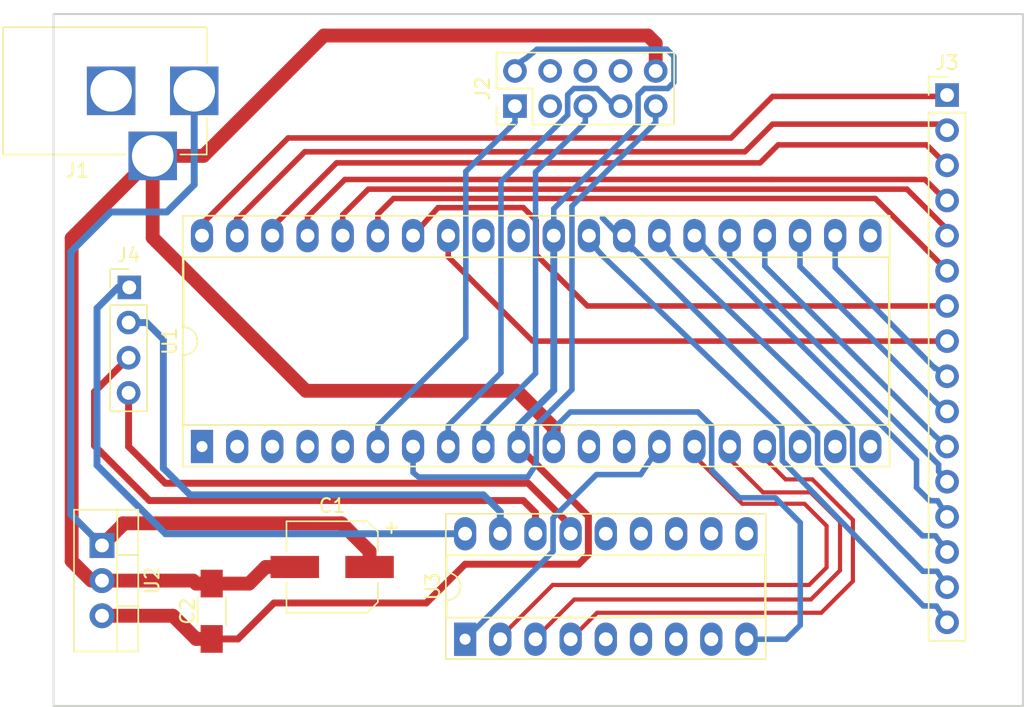
<source format=kicad_pcb>
(kicad_pcb (version 4) (host pcbnew 4.0.6)

  (general
    (links 40)
    (no_connects 0)
    (area 65.344999 55.455 139.485001 106.670001)
    (thickness 1.6)
    (drawings 4)
    (tracks 244)
    (zones 0)
    (modules 9)
    (nets 59)
  )

  (page A4)
  (layers
    (0 F.Cu signal)
    (31 B.Cu signal)
    (32 B.Adhes user)
    (33 F.Adhes user)
    (34 B.Paste user)
    (35 F.Paste user)
    (36 B.SilkS user)
    (37 F.SilkS user)
    (38 B.Mask user)
    (39 F.Mask user)
    (40 Dwgs.User user)
    (41 Cmts.User user)
    (42 Eco1.User user)
    (43 Eco2.User user)
    (44 Edge.Cuts user)
    (45 Margin user)
    (46 B.CrtYd user)
    (47 F.CrtYd user)
    (48 B.Fab user)
    (49 F.Fab user)
  )

  (setup
    (last_trace_width 0.5)
    (user_trace_width 0.3)
    (user_trace_width 0.4)
    (user_trace_width 0.5)
    (user_trace_width 1)
    (trace_clearance 0.2)
    (zone_clearance 0.508)
    (zone_45_only no)
    (trace_min 0.3)
    (segment_width 0.2)
    (edge_width 0.15)
    (via_size 1.5)
    (via_drill 1)
    (via_min_size 1)
    (via_min_drill 1)
    (uvia_size 0.3)
    (uvia_drill 0.1)
    (uvias_allowed no)
    (uvia_min_size 0.2)
    (uvia_min_drill 0.1)
    (pcb_text_width 0.3)
    (pcb_text_size 1.5 1.5)
    (mod_edge_width 0.15)
    (mod_text_size 1 1)
    (mod_text_width 0.15)
    (pad_size 3.5 3.5)
    (pad_drill 3)
    (pad_to_mask_clearance 0.2)
    (aux_axis_origin 0 0)
    (visible_elements 7FFFFFFF)
    (pcbplotparams
      (layerselection 0x00030_80000001)
      (usegerberextensions false)
      (excludeedgelayer true)
      (linewidth 0.100000)
      (plotframeref false)
      (viasonmask false)
      (mode 1)
      (useauxorigin false)
      (hpglpennumber 1)
      (hpglpenspeed 20)
      (hpglpendiameter 15)
      (hpglpenoverlay 2)
      (psnegative false)
      (psa4output false)
      (plotreference true)
      (plotvalue true)
      (plotinvisibletext false)
      (padsonsilk false)
      (subtractmaskfromsilk false)
      (outputformat 1)
      (mirror false)
      (drillshape 1)
      (scaleselection 1)
      (outputdirectory ""))
  )

  (net 0 "")
  (net 1 +12V)
  (net 2 GND)
  (net 3 +5V)
  (net 4 "Net-(J1-Pad2)")
  (net 5 "Net-(J2-Pad1)")
  (net 6 "Net-(J2-Pad3)")
  (net 7 "Net-(J2-Pad4)")
  (net 8 "Net-(J2-Pad5)")
  (net 9 "Net-(J2-Pad6)")
  (net 10 "Net-(J2-Pad7)")
  (net 11 "Net-(J2-Pad8)")
  (net 12 "Net-(J2-Pad9)")
  (net 13 "Net-(J3-Pad1)")
  (net 14 "Net-(J3-Pad2)")
  (net 15 "Net-(J3-Pad3)")
  (net 16 "Net-(J3-Pad4)")
  (net 17 "Net-(J3-Pad5)")
  (net 18 "Net-(J3-Pad6)")
  (net 19 "Net-(J3-Pad7)")
  (net 20 "Net-(J3-Pad8)")
  (net 21 "Net-(J3-Pad9)")
  (net 22 "Net-(J3-Pad10)")
  (net 23 "Net-(J3-Pad11)")
  (net 24 "Net-(J3-Pad12)")
  (net 25 "Net-(J3-Pad13)")
  (net 26 "Net-(J3-Pad14)")
  (net 27 "Net-(J3-Pad15)")
  (net 28 "Net-(J3-Pad16)")
  (net 29 "Net-(J4-Pad1)")
  (net 30 "Net-(J4-Pad2)")
  (net 31 "Net-(J4-Pad3)")
  (net 32 "Net-(J4-Pad4)")
  (net 33 "Net-(U1-Pad1)")
  (net 34 "Net-(U1-Pad21)")
  (net 35 "Net-(U1-Pad2)")
  (net 36 "Net-(U1-Pad3)")
  (net 37 "Net-(U1-Pad4)")
  (net 38 "Net-(U1-Pad5)")
  (net 39 "Net-(U1-Pad31)")
  (net 40 "Net-(U1-Pad12)")
  (net 41 "Net-(U1-Pad32)")
  (net 42 "Net-(U1-Pad13)")
  (net 43 "Net-(U1-Pad14)")
  (net 44 "Net-(U1-Pad15)")
  (net 45 "Net-(U1-Pad16)")
  (net 46 "Net-(U1-Pad17)")
  (net 47 "Net-(U1-Pad18)")
  (net 48 "Net-(U1-Pad19)")
  (net 49 "Net-(U1-Pad20)")
  (net 50 "Net-(U3-Pad10)")
  (net 51 "Net-(U3-Pad11)")
  (net 52 "Net-(U3-Pad12)")
  (net 53 "Net-(U3-Pad13)")
  (net 54 "Net-(U3-Pad5)")
  (net 55 "Net-(U3-Pad14)")
  (net 56 "Net-(U3-Pad6)")
  (net 57 "Net-(U3-Pad7)")
  (net 58 "Net-(U3-Pad8)")

  (net_class Default "This is the default net class."
    (clearance 0.2)
    (trace_width 0.3)
    (via_dia 1.5)
    (via_drill 1)
    (uvia_dia 0.3)
    (uvia_drill 0.1)
    (add_net +12V)
    (add_net +5V)
    (add_net GND)
    (add_net "Net-(J1-Pad2)")
    (add_net "Net-(J2-Pad1)")
    (add_net "Net-(J2-Pad3)")
    (add_net "Net-(J2-Pad4)")
    (add_net "Net-(J2-Pad5)")
    (add_net "Net-(J2-Pad6)")
    (add_net "Net-(J2-Pad7)")
    (add_net "Net-(J2-Pad8)")
    (add_net "Net-(J2-Pad9)")
    (add_net "Net-(J3-Pad1)")
    (add_net "Net-(J3-Pad10)")
    (add_net "Net-(J3-Pad11)")
    (add_net "Net-(J3-Pad12)")
    (add_net "Net-(J3-Pad13)")
    (add_net "Net-(J3-Pad14)")
    (add_net "Net-(J3-Pad15)")
    (add_net "Net-(J3-Pad16)")
    (add_net "Net-(J3-Pad2)")
    (add_net "Net-(J3-Pad3)")
    (add_net "Net-(J3-Pad4)")
    (add_net "Net-(J3-Pad5)")
    (add_net "Net-(J3-Pad6)")
    (add_net "Net-(J3-Pad7)")
    (add_net "Net-(J3-Pad8)")
    (add_net "Net-(J3-Pad9)")
    (add_net "Net-(J4-Pad1)")
    (add_net "Net-(J4-Pad2)")
    (add_net "Net-(J4-Pad3)")
    (add_net "Net-(J4-Pad4)")
    (add_net "Net-(U1-Pad1)")
    (add_net "Net-(U1-Pad12)")
    (add_net "Net-(U1-Pad13)")
    (add_net "Net-(U1-Pad14)")
    (add_net "Net-(U1-Pad15)")
    (add_net "Net-(U1-Pad16)")
    (add_net "Net-(U1-Pad17)")
    (add_net "Net-(U1-Pad18)")
    (add_net "Net-(U1-Pad19)")
    (add_net "Net-(U1-Pad2)")
    (add_net "Net-(U1-Pad20)")
    (add_net "Net-(U1-Pad21)")
    (add_net "Net-(U1-Pad3)")
    (add_net "Net-(U1-Pad31)")
    (add_net "Net-(U1-Pad32)")
    (add_net "Net-(U1-Pad4)")
    (add_net "Net-(U1-Pad5)")
    (add_net "Net-(U3-Pad10)")
    (add_net "Net-(U3-Pad11)")
    (add_net "Net-(U3-Pad12)")
    (add_net "Net-(U3-Pad13)")
    (add_net "Net-(U3-Pad14)")
    (add_net "Net-(U3-Pad5)")
    (add_net "Net-(U3-Pad6)")
    (add_net "Net-(U3-Pad7)")
    (add_net "Net-(U3-Pad8)")
  )

  (module Pin_Headers:Pin_Header_Straight_1x16_Pitch2.54mm (layer F.Cu) (tedit 5A3F1571) (tstamp 5A3EF6F3)
    (at 133.93 62.45)
    (descr "Through hole straight pin header, 1x16, 2.54mm pitch, single row")
    (tags "Through hole pin header THT 1x16 2.54mm single row")
    (path /5A3E7F27)
    (fp_text reference J3 (at 0 -2.33) (layer F.SilkS)
      (effects (font (size 1 1) (thickness 0.15)))
    )
    (fp_text value TO_ANODES (at 0 40.43) (layer F.Fab)
      (effects (font (size 1 1) (thickness 0.15)))
    )
    (fp_line (start -0.635 -1.27) (end 1.27 -1.27) (layer F.Fab) (width 0.1))
    (fp_line (start 1.27 -1.27) (end 1.27 39.37) (layer F.Fab) (width 0.1))
    (fp_line (start 1.27 39.37) (end -1.27 39.37) (layer F.Fab) (width 0.1))
    (fp_line (start -1.27 39.37) (end -1.27 -0.635) (layer F.Fab) (width 0.1))
    (fp_line (start -1.27 -0.635) (end -0.635 -1.27) (layer F.Fab) (width 0.1))
    (fp_line (start -1.33 39.43) (end 1.33 39.43) (layer F.SilkS) (width 0.12))
    (fp_line (start -1.33 1.27) (end -1.33 39.43) (layer F.SilkS) (width 0.12))
    (fp_line (start 1.33 1.27) (end 1.33 39.43) (layer F.SilkS) (width 0.12))
    (fp_line (start -1.33 1.27) (end 1.33 1.27) (layer F.SilkS) (width 0.12))
    (fp_line (start -1.33 0) (end -1.33 -1.33) (layer F.SilkS) (width 0.12))
    (fp_line (start -1.33 -1.33) (end 0 -1.33) (layer F.SilkS) (width 0.12))
    (fp_line (start -1.8 -1.8) (end -1.8 39.9) (layer F.CrtYd) (width 0.05))
    (fp_line (start -1.8 39.9) (end 1.8 39.9) (layer F.CrtYd) (width 0.05))
    (fp_line (start 1.8 39.9) (end 1.8 -1.8) (layer F.CrtYd) (width 0.05))
    (fp_line (start 1.8 -1.8) (end -1.8 -1.8) (layer F.CrtYd) (width 0.05))
    (fp_text user %R (at 0 19.05 90) (layer F.Fab)
      (effects (font (size 1 1) (thickness 0.15)))
    )
    (pad 1 thru_hole rect (at 0 0) (size 1.7 1.7) (drill 1) (layers *.Cu *.Mask)
      (net 13 "Net-(J3-Pad1)"))
    (pad 2 thru_hole oval (at 0 2.54) (size 1.7 1.7) (drill 1) (layers *.Cu *.Mask)
      (net 14 "Net-(J3-Pad2)"))
    (pad 3 thru_hole oval (at 0 5.08) (size 1.7 1.7) (drill 1) (layers *.Cu *.Mask)
      (net 15 "Net-(J3-Pad3)"))
    (pad 4 thru_hole oval (at 0 7.62) (size 1.7 1.7) (drill 1) (layers *.Cu *.Mask)
      (net 16 "Net-(J3-Pad4)"))
    (pad 5 thru_hole oval (at 0 10.16) (size 1.7 1.7) (drill 1) (layers *.Cu *.Mask)
      (net 17 "Net-(J3-Pad5)"))
    (pad 6 thru_hole oval (at 0 12.7) (size 1.7 1.7) (drill 1) (layers *.Cu *.Mask)
      (net 18 "Net-(J3-Pad6)"))
    (pad 7 thru_hole oval (at 0 15.24) (size 1.7 1.7) (drill 1) (layers *.Cu *.Mask)
      (net 19 "Net-(J3-Pad7)"))
    (pad 8 thru_hole oval (at 0 17.78) (size 1.7 1.7) (drill 1) (layers *.Cu *.Mask)
      (net 20 "Net-(J3-Pad8)"))
    (pad 9 thru_hole oval (at 0 20.32) (size 1.7 1.7) (drill 1) (layers *.Cu *.Mask)
      (net 21 "Net-(J3-Pad9)"))
    (pad 10 thru_hole oval (at 0 22.86) (size 1.7 1.7) (drill 1) (layers *.Cu *.Mask)
      (net 22 "Net-(J3-Pad10)"))
    (pad 11 thru_hole oval (at 0 25.4) (size 1.7 1.7) (drill 1) (layers *.Cu *.Mask)
      (net 23 "Net-(J3-Pad11)"))
    (pad 12 thru_hole oval (at 0 27.94) (size 1.7 1.7) (drill 1) (layers *.Cu *.Mask)
      (net 24 "Net-(J3-Pad12)"))
    (pad 13 thru_hole oval (at 0 30.48) (size 1.7 1.7) (drill 1) (layers *.Cu *.Mask)
      (net 25 "Net-(J3-Pad13)"))
    (pad 14 thru_hole oval (at 0 33.02) (size 1.7 1.7) (drill 1) (layers *.Cu *.Mask)
      (net 26 "Net-(J3-Pad14)"))
    (pad 15 thru_hole oval (at 0 35.56) (size 1.7 1.7) (drill 1) (layers *.Cu *.Mask)
      (net 27 "Net-(J3-Pad15)"))
    (pad 16 thru_hole oval (at 0 38.1) (size 1.7 1.7) (drill 1) (layers *.Cu *.Mask)
      (net 28 "Net-(J3-Pad16)"))
    (model ${KISYS3DMOD}/Pin_Headers.3dshapes/Pin_Header_Straight_1x16_Pitch2.54mm.wrl
      (at (xyz 0 0 0))
      (scale (xyz 1 1 1))
      (rotate (xyz 0 0 0))
    )
  )

  (module Capacitors_SMD:CP_Elec_6.3x7.7 (layer F.Cu) (tedit 58AA8B76) (tstamp 5A3EF67F)
    (at 89.53 96.55 180)
    (descr "SMT capacitor, aluminium electrolytic, 6.3x7.7")
    (path /5A3BD8A0)
    (attr smd)
    (fp_text reference C1 (at 0 4.43 180) (layer F.SilkS)
      (effects (font (size 1 1) (thickness 0.15)))
    )
    (fp_text value 100u (at 0 -4.43 180) (layer F.Fab)
      (effects (font (size 1 1) (thickness 0.15)))
    )
    (fp_circle (center 0 0) (end 0.5 3) (layer F.Fab) (width 0.1))
    (fp_text user + (at -1.73 -0.08 180) (layer F.Fab)
      (effects (font (size 1 1) (thickness 0.15)))
    )
    (fp_text user + (at -4.28 2.91 180) (layer F.SilkS)
      (effects (font (size 1 1) (thickness 0.15)))
    )
    (fp_text user %R (at 0 4.43 180) (layer F.Fab)
      (effects (font (size 1 1) (thickness 0.15)))
    )
    (fp_line (start 3.15 3.15) (end 3.15 -3.15) (layer F.Fab) (width 0.1))
    (fp_line (start -2.48 3.15) (end 3.15 3.15) (layer F.Fab) (width 0.1))
    (fp_line (start -3.15 2.48) (end -2.48 3.15) (layer F.Fab) (width 0.1))
    (fp_line (start -3.15 -2.48) (end -3.15 2.48) (layer F.Fab) (width 0.1))
    (fp_line (start -2.48 -3.15) (end -3.15 -2.48) (layer F.Fab) (width 0.1))
    (fp_line (start 3.15 -3.15) (end -2.48 -3.15) (layer F.Fab) (width 0.1))
    (fp_line (start -3.3 2.54) (end -3.3 1.12) (layer F.SilkS) (width 0.12))
    (fp_line (start 3.3 3.3) (end 3.3 1.12) (layer F.SilkS) (width 0.12))
    (fp_line (start 3.3 -3.3) (end 3.3 -1.12) (layer F.SilkS) (width 0.12))
    (fp_line (start -3.3 -2.54) (end -3.3 -1.12) (layer F.SilkS) (width 0.12))
    (fp_line (start 3.3 3.3) (end -2.54 3.3) (layer F.SilkS) (width 0.12))
    (fp_line (start -2.54 3.3) (end -3.3 2.54) (layer F.SilkS) (width 0.12))
    (fp_line (start -3.3 -2.54) (end -2.54 -3.3) (layer F.SilkS) (width 0.12))
    (fp_line (start -2.54 -3.3) (end 3.3 -3.3) (layer F.SilkS) (width 0.12))
    (fp_line (start -4.7 -3.4) (end 4.7 -3.4) (layer F.CrtYd) (width 0.05))
    (fp_line (start -4.7 -3.4) (end -4.7 3.4) (layer F.CrtYd) (width 0.05))
    (fp_line (start 4.7 3.4) (end 4.7 -3.4) (layer F.CrtYd) (width 0.05))
    (fp_line (start 4.7 3.4) (end -4.7 3.4) (layer F.CrtYd) (width 0.05))
    (pad 1 smd rect (at -2.7 0) (size 3.5 1.6) (layers F.Cu F.Paste F.Mask)
      (net 1 +12V))
    (pad 2 smd rect (at 2.7 0) (size 3.5 1.6) (layers F.Cu F.Paste F.Mask)
      (net 2 GND))
    (model Capacitors_SMD.3dshapes/CP_Elec_6.3x7.7.wrl
      (at (xyz 0 0 0))
      (scale (xyz 1 1 1))
      (rotate (xyz 0 0 180))
    )
  )

  (module Capacitors_SMD:C_1206_HandSoldering (layer F.Cu) (tedit 58AA84D1) (tstamp 5A3EF690)
    (at 80.83 99.75 90)
    (descr "Capacitor SMD 1206, hand soldering")
    (tags "capacitor 1206")
    (path /5A3BD9FA)
    (attr smd)
    (fp_text reference C2 (at 0 -1.75 90) (layer F.SilkS)
      (effects (font (size 1 1) (thickness 0.15)))
    )
    (fp_text value 100n (at 0 2 90) (layer F.Fab)
      (effects (font (size 1 1) (thickness 0.15)))
    )
    (fp_text user %R (at 0 -1.75 90) (layer F.Fab)
      (effects (font (size 1 1) (thickness 0.15)))
    )
    (fp_line (start -1.6 0.8) (end -1.6 -0.8) (layer F.Fab) (width 0.1))
    (fp_line (start 1.6 0.8) (end -1.6 0.8) (layer F.Fab) (width 0.1))
    (fp_line (start 1.6 -0.8) (end 1.6 0.8) (layer F.Fab) (width 0.1))
    (fp_line (start -1.6 -0.8) (end 1.6 -0.8) (layer F.Fab) (width 0.1))
    (fp_line (start 1 -1.02) (end -1 -1.02) (layer F.SilkS) (width 0.12))
    (fp_line (start -1 1.02) (end 1 1.02) (layer F.SilkS) (width 0.12))
    (fp_line (start -3.25 -1.05) (end 3.25 -1.05) (layer F.CrtYd) (width 0.05))
    (fp_line (start -3.25 -1.05) (end -3.25 1.05) (layer F.CrtYd) (width 0.05))
    (fp_line (start 3.25 1.05) (end 3.25 -1.05) (layer F.CrtYd) (width 0.05))
    (fp_line (start 3.25 1.05) (end -3.25 1.05) (layer F.CrtYd) (width 0.05))
    (pad 1 smd rect (at -2 0 90) (size 2 1.6) (layers F.Cu F.Paste F.Mask)
      (net 3 +5V))
    (pad 2 smd rect (at 2 0 90) (size 2 1.6) (layers F.Cu F.Paste F.Mask)
      (net 2 GND))
    (model Capacitors_SMD.3dshapes/C_1206.wrl
      (at (xyz 0 0 0))
      (scale (xyz 1 1 1))
      (rotate (xyz 0 0 0))
    )
  )

  (module Connectors:BARREL_JACK (layer F.Cu) (tedit 5A3F15A9) (tstamp 5A3EF6AF)
    (at 79.57 62.145)
    (descr "DC Barrel Jack")
    (tags "Power Jack")
    (path /5A3BD6E7)
    (fp_text reference J1 (at -8.45 5.75 180) (layer F.SilkS)
      (effects (font (size 1 1) (thickness 0.15)))
    )
    (fp_text value BARREL_JACK (at -6.35 -5.715) (layer F.Fab)
      (effects (font (size 1 1) (thickness 0.15)))
    )
    (fp_line (start 1 -4.5) (end 1 -4.75) (layer F.CrtYd) (width 0.05))
    (fp_line (start 1 -4.75) (end -14 -4.75) (layer F.CrtYd) (width 0.05))
    (fp_line (start 1 -4.5) (end 1 -2) (layer F.CrtYd) (width 0.05))
    (fp_line (start 1 -2) (end 2 -2) (layer F.CrtYd) (width 0.05))
    (fp_line (start 2 -2) (end 2 2) (layer F.CrtYd) (width 0.05))
    (fp_line (start 2 2) (end 1 2) (layer F.CrtYd) (width 0.05))
    (fp_line (start 1 2) (end 1 4.75) (layer F.CrtYd) (width 0.05))
    (fp_line (start 1 4.75) (end -1 4.75) (layer F.CrtYd) (width 0.05))
    (fp_line (start -1 4.75) (end -1 6.75) (layer F.CrtYd) (width 0.05))
    (fp_line (start -1 6.75) (end -5 6.75) (layer F.CrtYd) (width 0.05))
    (fp_line (start -5 6.75) (end -5 4.75) (layer F.CrtYd) (width 0.05))
    (fp_line (start -5 4.75) (end -14 4.75) (layer F.CrtYd) (width 0.05))
    (fp_line (start -14 4.75) (end -14 -4.75) (layer F.CrtYd) (width 0.05))
    (fp_line (start -5 4.6) (end -13.8 4.6) (layer F.SilkS) (width 0.12))
    (fp_line (start -13.8 4.6) (end -13.8 -4.6) (layer F.SilkS) (width 0.12))
    (fp_line (start 0.9 1.9) (end 0.9 4.6) (layer F.SilkS) (width 0.12))
    (fp_line (start 0.9 4.6) (end -1 4.6) (layer F.SilkS) (width 0.12))
    (fp_line (start -13.8 -4.6) (end 0.9 -4.6) (layer F.SilkS) (width 0.12))
    (fp_line (start 0.9 -4.6) (end 0.9 -2) (layer F.SilkS) (width 0.12))
    (fp_line (start -10.2 -4.5) (end -10.2 4.5) (layer F.Fab) (width 0.1))
    (fp_line (start -13.7 -4.5) (end -13.7 4.5) (layer F.Fab) (width 0.1))
    (fp_line (start -13.7 4.5) (end 0.8 4.5) (layer F.Fab) (width 0.1))
    (fp_line (start 0.8 4.5) (end 0.8 -4.5) (layer F.Fab) (width 0.1))
    (fp_line (start 0.8 -4.5) (end -13.7 -4.5) (layer F.Fab) (width 0.1))
    (pad 1 thru_hole rect (at 0 0) (size 3.5 3.5) (drill 3) (layers *.Cu *.Mask)
      (net 1 +12V))
    (pad 2 thru_hole rect (at -6 0) (size 3.5 3.5) (drill 3) (layers *.Cu *.Mask)
      (net 4 "Net-(J1-Pad2)"))
    (pad 3 thru_hole rect (at -3 4.7) (size 3.5 3.5) (drill 3) (layers *.Cu *.Mask)
      (net 2 GND))
  )

  (module Pin_Headers:Pin_Header_Straight_2x05_Pitch2.54mm (layer F.Cu) (tedit 59650532) (tstamp 5A3EF6CF)
    (at 102.73 63.25 90)
    (descr "Through hole straight pin header, 2x05, 2.54mm pitch, double rows")
    (tags "Through hole pin header THT 2x05 2.54mm double row")
    (path /5A3BE226)
    (fp_text reference J2 (at 1.27 -2.33 90) (layer F.SilkS)
      (effects (font (size 1 1) (thickness 0.15)))
    )
    (fp_text value "ICSP HEADER" (at 1.27 12.49 90) (layer F.Fab)
      (effects (font (size 1 1) (thickness 0.15)))
    )
    (fp_line (start 0 -1.27) (end 3.81 -1.27) (layer F.Fab) (width 0.1))
    (fp_line (start 3.81 -1.27) (end 3.81 11.43) (layer F.Fab) (width 0.1))
    (fp_line (start 3.81 11.43) (end -1.27 11.43) (layer F.Fab) (width 0.1))
    (fp_line (start -1.27 11.43) (end -1.27 0) (layer F.Fab) (width 0.1))
    (fp_line (start -1.27 0) (end 0 -1.27) (layer F.Fab) (width 0.1))
    (fp_line (start -1.33 11.49) (end 3.87 11.49) (layer F.SilkS) (width 0.12))
    (fp_line (start -1.33 1.27) (end -1.33 11.49) (layer F.SilkS) (width 0.12))
    (fp_line (start 3.87 -1.33) (end 3.87 11.49) (layer F.SilkS) (width 0.12))
    (fp_line (start -1.33 1.27) (end 1.27 1.27) (layer F.SilkS) (width 0.12))
    (fp_line (start 1.27 1.27) (end 1.27 -1.33) (layer F.SilkS) (width 0.12))
    (fp_line (start 1.27 -1.33) (end 3.87 -1.33) (layer F.SilkS) (width 0.12))
    (fp_line (start -1.33 0) (end -1.33 -1.33) (layer F.SilkS) (width 0.12))
    (fp_line (start -1.33 -1.33) (end 0 -1.33) (layer F.SilkS) (width 0.12))
    (fp_line (start -1.8 -1.8) (end -1.8 11.95) (layer F.CrtYd) (width 0.05))
    (fp_line (start -1.8 11.95) (end 4.35 11.95) (layer F.CrtYd) (width 0.05))
    (fp_line (start 4.35 11.95) (end 4.35 -1.8) (layer F.CrtYd) (width 0.05))
    (fp_line (start 4.35 -1.8) (end -1.8 -1.8) (layer F.CrtYd) (width 0.05))
    (fp_text user %R (at 1.27 5.08 180) (layer F.Fab)
      (effects (font (size 1 1) (thickness 0.15)))
    )
    (pad 1 thru_hole rect (at 0 0 90) (size 1.7 1.7) (drill 1) (layers *.Cu *.Mask)
      (net 5 "Net-(J2-Pad1)"))
    (pad 2 thru_hole oval (at 2.54 0 90) (size 1.7 1.7) (drill 1) (layers *.Cu *.Mask)
      (net 3 +5V))
    (pad 3 thru_hole oval (at 0 2.54 90) (size 1.7 1.7) (drill 1) (layers *.Cu *.Mask)
      (net 6 "Net-(J2-Pad3)"))
    (pad 4 thru_hole oval (at 2.54 2.54 90) (size 1.7 1.7) (drill 1) (layers *.Cu *.Mask)
      (net 7 "Net-(J2-Pad4)"))
    (pad 5 thru_hole oval (at 0 5.08 90) (size 1.7 1.7) (drill 1) (layers *.Cu *.Mask)
      (net 8 "Net-(J2-Pad5)"))
    (pad 6 thru_hole oval (at 2.54 5.08 90) (size 1.7 1.7) (drill 1) (layers *.Cu *.Mask)
      (net 9 "Net-(J2-Pad6)"))
    (pad 7 thru_hole oval (at 0 7.62 90) (size 1.7 1.7) (drill 1) (layers *.Cu *.Mask)
      (net 10 "Net-(J2-Pad7)"))
    (pad 8 thru_hole oval (at 2.54 7.62 90) (size 1.7 1.7) (drill 1) (layers *.Cu *.Mask)
      (net 11 "Net-(J2-Pad8)"))
    (pad 9 thru_hole oval (at 0 10.16 90) (size 1.7 1.7) (drill 1) (layers *.Cu *.Mask)
      (net 12 "Net-(J2-Pad9)"))
    (pad 10 thru_hole oval (at 2.54 10.16 90) (size 1.7 1.7) (drill 1) (layers *.Cu *.Mask)
      (net 2 GND))
    (model ${KISYS3DMOD}/Pin_Headers.3dshapes/Pin_Header_Straight_2x05_Pitch2.54mm.wrl
      (at (xyz 0 0 0))
      (scale (xyz 1 1 1))
      (rotate (xyz 0 0 0))
    )
  )

  (module Housings_DIP:DIP-40_W15.24mm_Socket_LongPads (layer F.Cu) (tedit 5A3F1534) (tstamp 5A3EF74F)
    (at 80.13 87.85 90)
    (descr "40-lead though-hole mounted DIP package, row spacing 15.24 mm (600 mils), Socket, LongPads")
    (tags "THT DIP DIL PDIP 2.54mm 15.24mm 600mil Socket LongPads")
    (path /5A3BC5AB)
    (fp_text reference U1 (at 7.62 -2.33 90) (layer F.SilkS)
      (effects (font (size 1 1) (thickness 0.15)))
    )
    (fp_text value ATMEGA16-16PU (at 7.62 50.59 90) (layer F.Fab)
      (effects (font (size 1 1) (thickness 0.15)))
    )
    (fp_arc (start 7.62 -1.33) (end 6.62 -1.33) (angle -180) (layer F.SilkS) (width 0.12))
    (fp_line (start 1.255 -1.27) (end 14.985 -1.27) (layer F.Fab) (width 0.1))
    (fp_line (start 14.985 -1.27) (end 14.985 49.53) (layer F.Fab) (width 0.1))
    (fp_line (start 14.985 49.53) (end 0.255 49.53) (layer F.Fab) (width 0.1))
    (fp_line (start 0.255 49.53) (end 0.255 -0.27) (layer F.Fab) (width 0.1))
    (fp_line (start 0.255 -0.27) (end 1.255 -1.27) (layer F.Fab) (width 0.1))
    (fp_line (start -1.27 -1.33) (end -1.27 49.59) (layer F.Fab) (width 0.1))
    (fp_line (start -1.27 49.59) (end 16.51 49.59) (layer F.Fab) (width 0.1))
    (fp_line (start 16.51 49.59) (end 16.51 -1.33) (layer F.Fab) (width 0.1))
    (fp_line (start 16.51 -1.33) (end -1.27 -1.33) (layer F.Fab) (width 0.1))
    (fp_line (start 6.62 -1.33) (end 1.56 -1.33) (layer F.SilkS) (width 0.12))
    (fp_line (start 1.56 -1.33) (end 1.56 49.59) (layer F.SilkS) (width 0.12))
    (fp_line (start 1.56 49.59) (end 13.68 49.59) (layer F.SilkS) (width 0.12))
    (fp_line (start 13.68 49.59) (end 13.68 -1.33) (layer F.SilkS) (width 0.12))
    (fp_line (start 13.68 -1.33) (end 8.62 -1.33) (layer F.SilkS) (width 0.12))
    (fp_line (start -1.44 -1.39) (end -1.44 49.65) (layer F.SilkS) (width 0.12))
    (fp_line (start -1.44 49.65) (end 16.68 49.65) (layer F.SilkS) (width 0.12))
    (fp_line (start 16.68 49.65) (end 16.68 -1.39) (layer F.SilkS) (width 0.12))
    (fp_line (start 16.68 -1.39) (end -1.44 -1.39) (layer F.SilkS) (width 0.12))
    (fp_line (start -1.55 -1.6) (end -1.55 49.85) (layer F.CrtYd) (width 0.05))
    (fp_line (start -1.55 49.85) (end 16.8 49.85) (layer F.CrtYd) (width 0.05))
    (fp_line (start 16.8 49.85) (end 16.8 -1.6) (layer F.CrtYd) (width 0.05))
    (fp_line (start 16.8 -1.6) (end -1.55 -1.6) (layer F.CrtYd) (width 0.05))
    (fp_text user %R (at 7.62 24.13 90) (layer F.Fab)
      (effects (font (size 1 1) (thickness 0.15)))
    )
    (pad 1 thru_hole rect (at 0 0 90) (size 2.4 1.6) (drill 0.8) (layers *.Cu *.Mask)
      (net 33 "Net-(U1-Pad1)"))
    (pad 21 thru_hole oval (at 15.24 48.26 90) (size 2.4 1.6) (drill 1) (layers *.Cu *.Mask)
      (net 34 "Net-(U1-Pad21)"))
    (pad 2 thru_hole oval (at 0 2.54 90) (size 2.4 1.6) (drill 1) (layers *.Cu *.Mask)
      (net 35 "Net-(U1-Pad2)"))
    (pad 22 thru_hole oval (at 15.24 45.72 90) (size 2.4 1.6) (drill 1) (layers *.Cu *.Mask)
      (net 21 "Net-(J3-Pad9)"))
    (pad 3 thru_hole oval (at 0 5.08 90) (size 2.4 1.6) (drill 1) (layers *.Cu *.Mask)
      (net 36 "Net-(U1-Pad3)"))
    (pad 23 thru_hole oval (at 15.24 43.18 90) (size 2.4 1.6) (drill 1) (layers *.Cu *.Mask)
      (net 22 "Net-(J3-Pad10)"))
    (pad 4 thru_hole oval (at 0 7.62 90) (size 2.4 1.6) (drill 1) (layers *.Cu *.Mask)
      (net 37 "Net-(U1-Pad4)"))
    (pad 24 thru_hole oval (at 15.24 40.64 90) (size 2.4 1.6) (drill 1) (layers *.Cu *.Mask)
      (net 23 "Net-(J3-Pad11)"))
    (pad 5 thru_hole oval (at 0 10.16 90) (size 2.4 1.6) (drill 1) (layers *.Cu *.Mask)
      (net 38 "Net-(U1-Pad5)"))
    (pad 25 thru_hole oval (at 15.24 38.1 90) (size 2.4 1.6) (drill 1) (layers *.Cu *.Mask)
      (net 24 "Net-(J3-Pad12)"))
    (pad 6 thru_hole oval (at 0 12.7 90) (size 2.4 1.6) (drill 1) (layers *.Cu *.Mask)
      (net 5 "Net-(J2-Pad1)"))
    (pad 26 thru_hole oval (at 15.24 35.56 90) (size 2.4 1.6) (drill 1) (layers *.Cu *.Mask)
      (net 25 "Net-(J3-Pad13)"))
    (pad 7 thru_hole oval (at 0 15.24 90) (size 2.4 1.6) (drill 1) (layers *.Cu *.Mask)
      (net 12 "Net-(J2-Pad9)"))
    (pad 27 thru_hole oval (at 15.24 33.02 90) (size 2.4 1.6) (drill 1) (layers *.Cu *.Mask)
      (net 26 "Net-(J3-Pad14)"))
    (pad 8 thru_hole oval (at 0 17.78 90) (size 2.4 1.6) (drill 1) (layers *.Cu *.Mask)
      (net 10 "Net-(J2-Pad7)"))
    (pad 28 thru_hole oval (at 15.24 30.48 90) (size 2.4 1.6) (drill 1) (layers *.Cu *.Mask)
      (net 27 "Net-(J3-Pad15)"))
    (pad 9 thru_hole oval (at 0 20.32 90) (size 2.4 1.6) (drill 1) (layers *.Cu *.Mask)
      (net 8 "Net-(J2-Pad5)"))
    (pad 29 thru_hole oval (at 15.24 27.94 90) (size 2.4 1.6) (drill 1) (layers *.Cu *.Mask)
      (net 28 "Net-(J3-Pad16)"))
    (pad 10 thru_hole oval (at 0 22.86 90) (size 2.4 1.6) (drill 1) (layers *.Cu *.Mask)
      (net 3 +5V))
    (pad 30 thru_hole oval (at 15.24 25.4 90) (size 2.4 1.6) (drill 1) (layers *.Cu *.Mask)
      (net 3 +5V))
    (pad 11 thru_hole oval (at 0 25.4 90) (size 2.4 1.6) (drill 1) (layers *.Cu *.Mask)
      (net 2 GND))
    (pad 31 thru_hole oval (at 15.24 22.86 90) (size 2.4 1.6) (drill 1) (layers *.Cu *.Mask)
      (net 39 "Net-(U1-Pad31)"))
    (pad 12 thru_hole oval (at 0 27.94 90) (size 2.4 1.6) (drill 1) (layers *.Cu *.Mask)
      (net 40 "Net-(U1-Pad12)"))
    (pad 32 thru_hole oval (at 15.24 20.32 90) (size 2.4 1.6) (drill 1) (layers *.Cu *.Mask)
      (net 41 "Net-(U1-Pad32)"))
    (pad 13 thru_hole oval (at 0 30.48 90) (size 2.4 1.6) (drill 1) (layers *.Cu *.Mask)
      (net 42 "Net-(U1-Pad13)"))
    (pad 33 thru_hole oval (at 15.24 17.78 90) (size 2.4 1.6) (drill 1) (layers *.Cu *.Mask)
      (net 20 "Net-(J3-Pad8)"))
    (pad 14 thru_hole oval (at 0 33.02 90) (size 2.4 1.6) (drill 1) (layers *.Cu *.Mask)
      (net 43 "Net-(U1-Pad14)"))
    (pad 34 thru_hole oval (at 15.24 15.24 90) (size 2.4 1.6) (drill 1) (layers *.Cu *.Mask)
      (net 19 "Net-(J3-Pad7)"))
    (pad 15 thru_hole oval (at 0 35.56 90) (size 2.4 1.6) (drill 1) (layers *.Cu *.Mask)
      (net 44 "Net-(U1-Pad15)"))
    (pad 35 thru_hole oval (at 15.24 12.7 90) (size 2.4 1.6) (drill 1) (layers *.Cu *.Mask)
      (net 18 "Net-(J3-Pad6)"))
    (pad 16 thru_hole oval (at 0 38.1 90) (size 2.4 1.6) (drill 1) (layers *.Cu *.Mask)
      (net 45 "Net-(U1-Pad16)"))
    (pad 36 thru_hole oval (at 15.24 10.16 90) (size 2.4 1.6) (drill 1) (layers *.Cu *.Mask)
      (net 17 "Net-(J3-Pad5)"))
    (pad 17 thru_hole oval (at 0 40.64 90) (size 2.4 1.6) (drill 1) (layers *.Cu *.Mask)
      (net 46 "Net-(U1-Pad17)"))
    (pad 37 thru_hole oval (at 15.24 7.62 90) (size 2.4 1.6) (drill 1) (layers *.Cu *.Mask)
      (net 16 "Net-(J3-Pad4)"))
    (pad 18 thru_hole oval (at 0 43.18 90) (size 2.4 1.6) (drill 1) (layers *.Cu *.Mask)
      (net 47 "Net-(U1-Pad18)"))
    (pad 38 thru_hole oval (at 15.24 5.08 90) (size 2.4 1.6) (drill 1) (layers *.Cu *.Mask)
      (net 15 "Net-(J3-Pad3)"))
    (pad 19 thru_hole oval (at 0 45.72 90) (size 2.4 1.6) (drill 1) (layers *.Cu *.Mask)
      (net 48 "Net-(U1-Pad19)"))
    (pad 39 thru_hole oval (at 15.24 2.54 90) (size 2.4 1.6) (drill 1) (layers *.Cu *.Mask)
      (net 14 "Net-(J3-Pad2)"))
    (pad 20 thru_hole oval (at 0 48.26 90) (size 2.4 1.6) (drill 1) (layers *.Cu *.Mask)
      (net 49 "Net-(U1-Pad20)"))
    (pad 40 thru_hole oval (at 15.24 0 90) (size 2.4 1.6) (drill 1) (layers *.Cu *.Mask)
      (net 13 "Net-(J3-Pad1)"))
    (model ${KISYS3DMOD}/Housings_DIP.3dshapes/DIP-40_W15.24mm_Socket.wrl
      (at (xyz 0 0 0))
      (scale (xyz 1 1 1))
      (rotate (xyz 0 0 0))
    )
  )

  (module Housings_DIP:DIP-18_W7.62mm_Socket_LongPads (layer F.Cu) (tedit 5A3F1559) (tstamp 5A3EF79D)
    (at 99.128 101.769 90)
    (descr "18-lead though-hole mounted DIP package, row spacing 7.62 mm (300 mils), Socket, LongPads")
    (tags "THT DIP DIL PDIP 2.54mm 7.62mm 300mil Socket LongPads")
    (path /5A3F0999)
    (fp_text reference U3 (at 3.81 -2.33 90) (layer F.SilkS)
      (effects (font (size 1 1) (thickness 0.15)))
    )
    (fp_text value ULN2803A (at 3.81 22.65 90) (layer F.Fab)
      (effects (font (size 1 1) (thickness 0.15)))
    )
    (fp_arc (start 3.81 -1.33) (end 2.81 -1.33) (angle -180) (layer F.SilkS) (width 0.12))
    (fp_line (start 1.635 -1.27) (end 6.985 -1.27) (layer F.Fab) (width 0.1))
    (fp_line (start 6.985 -1.27) (end 6.985 21.59) (layer F.Fab) (width 0.1))
    (fp_line (start 6.985 21.59) (end 0.635 21.59) (layer F.Fab) (width 0.1))
    (fp_line (start 0.635 21.59) (end 0.635 -0.27) (layer F.Fab) (width 0.1))
    (fp_line (start 0.635 -0.27) (end 1.635 -1.27) (layer F.Fab) (width 0.1))
    (fp_line (start -1.27 -1.33) (end -1.27 21.65) (layer F.Fab) (width 0.1))
    (fp_line (start -1.27 21.65) (end 8.89 21.65) (layer F.Fab) (width 0.1))
    (fp_line (start 8.89 21.65) (end 8.89 -1.33) (layer F.Fab) (width 0.1))
    (fp_line (start 8.89 -1.33) (end -1.27 -1.33) (layer F.Fab) (width 0.1))
    (fp_line (start 2.81 -1.33) (end 1.56 -1.33) (layer F.SilkS) (width 0.12))
    (fp_line (start 1.56 -1.33) (end 1.56 21.65) (layer F.SilkS) (width 0.12))
    (fp_line (start 1.56 21.65) (end 6.06 21.65) (layer F.SilkS) (width 0.12))
    (fp_line (start 6.06 21.65) (end 6.06 -1.33) (layer F.SilkS) (width 0.12))
    (fp_line (start 6.06 -1.33) (end 4.81 -1.33) (layer F.SilkS) (width 0.12))
    (fp_line (start -1.44 -1.39) (end -1.44 21.71) (layer F.SilkS) (width 0.12))
    (fp_line (start -1.44 21.71) (end 9.06 21.71) (layer F.SilkS) (width 0.12))
    (fp_line (start 9.06 21.71) (end 9.06 -1.39) (layer F.SilkS) (width 0.12))
    (fp_line (start 9.06 -1.39) (end -1.44 -1.39) (layer F.SilkS) (width 0.12))
    (fp_line (start -1.55 -1.6) (end -1.55 21.9) (layer F.CrtYd) (width 0.05))
    (fp_line (start -1.55 21.9) (end 9.15 21.9) (layer F.CrtYd) (width 0.05))
    (fp_line (start 9.15 21.9) (end 9.15 -1.6) (layer F.CrtYd) (width 0.05))
    (fp_line (start 9.15 -1.6) (end -1.55 -1.6) (layer F.CrtYd) (width 0.05))
    (fp_text user %R (at 3.81 10.16 90) (layer F.Fab)
      (effects (font (size 1 1) (thickness 0.15)))
    )
    (pad 1 thru_hole rect (at 0 0 90) (size 2.4 1.6) (drill 0.8) (layers *.Cu *.Mask)
      (net 43 "Net-(U1-Pad14)"))
    (pad 10 thru_hole oval (at 7.62 20.32 90) (size 2.4 1.6) (drill 1) (layers *.Cu *.Mask)
      (net 50 "Net-(U3-Pad10)"))
    (pad 2 thru_hole oval (at 0 2.54 90) (size 2.4 1.6) (drill 1) (layers *.Cu *.Mask)
      (net 44 "Net-(U1-Pad15)"))
    (pad 11 thru_hole oval (at 7.62 17.78 90) (size 2.4 1.6) (drill 1) (layers *.Cu *.Mask)
      (net 51 "Net-(U3-Pad11)"))
    (pad 3 thru_hole oval (at 0 5.08 90) (size 2.4 1.6) (drill 1) (layers *.Cu *.Mask)
      (net 45 "Net-(U1-Pad16)"))
    (pad 12 thru_hole oval (at 7.62 15.24 90) (size 2.4 1.6) (drill 1) (layers *.Cu *.Mask)
      (net 52 "Net-(U3-Pad12)"))
    (pad 4 thru_hole oval (at 0 7.62 90) (size 2.4 1.6) (drill 1) (layers *.Cu *.Mask)
      (net 46 "Net-(U1-Pad17)"))
    (pad 13 thru_hole oval (at 7.62 12.7 90) (size 2.4 1.6) (drill 1) (layers *.Cu *.Mask)
      (net 53 "Net-(U3-Pad13)"))
    (pad 5 thru_hole oval (at 0 10.16 90) (size 2.4 1.6) (drill 1) (layers *.Cu *.Mask)
      (net 54 "Net-(U3-Pad5)"))
    (pad 14 thru_hole oval (at 7.62 10.16 90) (size 2.4 1.6) (drill 1) (layers *.Cu *.Mask)
      (net 55 "Net-(U3-Pad14)"))
    (pad 6 thru_hole oval (at 0 12.7 90) (size 2.4 1.6) (drill 1) (layers *.Cu *.Mask)
      (net 56 "Net-(U3-Pad6)"))
    (pad 15 thru_hole oval (at 7.62 7.62 90) (size 2.4 1.6) (drill 1) (layers *.Cu *.Mask)
      (net 32 "Net-(J4-Pad4)"))
    (pad 7 thru_hole oval (at 0 15.24 90) (size 2.4 1.6) (drill 1) (layers *.Cu *.Mask)
      (net 57 "Net-(U3-Pad7)"))
    (pad 16 thru_hole oval (at 7.62 5.08 90) (size 2.4 1.6) (drill 1) (layers *.Cu *.Mask)
      (net 31 "Net-(J4-Pad3)"))
    (pad 8 thru_hole oval (at 0 17.78 90) (size 2.4 1.6) (drill 1) (layers *.Cu *.Mask)
      (net 58 "Net-(U3-Pad8)"))
    (pad 17 thru_hole oval (at 7.62 2.54 90) (size 2.4 1.6) (drill 1) (layers *.Cu *.Mask)
      (net 30 "Net-(J4-Pad2)"))
    (pad 9 thru_hole oval (at 0 20.32 90) (size 2.4 1.6) (drill 1) (layers *.Cu *.Mask)
      (net 2 GND))
    (pad 18 thru_hole oval (at 7.62 0 90) (size 2.4 1.6) (drill 1) (layers *.Cu *.Mask)
      (net 29 "Net-(J4-Pad1)"))
    (model ${KISYS3DMOD}/Housings_DIP.3dshapes/DIP-18_W7.62mm_Socket.wrl
      (at (xyz 0 0 0))
      (scale (xyz 1 1 1))
      (rotate (xyz 0 0 0))
    )
  )

  (module TO_SOT_Packages_THT:TO-220-3_Vertical (layer F.Cu) (tedit 5A3F1586) (tstamp 5A3EF76F)
    (at 72.91 94.995 270)
    (descr "TO-220-3, Vertical, RM 2.54mm")
    (tags "TO-220-3 Vertical RM 2.54mm")
    (path /5A3BC67D)
    (fp_text reference U2 (at 2.54 -3.62 270) (layer F.SilkS)
      (effects (font (size 1 1) (thickness 0.15)))
    )
    (fp_text value LM7805 (at 2.54 3.92 270) (layer F.Fab)
      (effects (font (size 1 1) (thickness 0.15)))
    )
    (fp_text user %R (at 2.54 -3.62 270) (layer F.Fab)
      (effects (font (size 1 1) (thickness 0.15)))
    )
    (fp_line (start -2.46 -2.5) (end -2.46 1.9) (layer F.Fab) (width 0.1))
    (fp_line (start -2.46 1.9) (end 7.54 1.9) (layer F.Fab) (width 0.1))
    (fp_line (start 7.54 1.9) (end 7.54 -2.5) (layer F.Fab) (width 0.1))
    (fp_line (start 7.54 -2.5) (end -2.46 -2.5) (layer F.Fab) (width 0.1))
    (fp_line (start -2.46 -1.23) (end 7.54 -1.23) (layer F.Fab) (width 0.1))
    (fp_line (start 0.69 -2.5) (end 0.69 -1.23) (layer F.Fab) (width 0.1))
    (fp_line (start 4.39 -2.5) (end 4.39 -1.23) (layer F.Fab) (width 0.1))
    (fp_line (start -2.58 -2.62) (end 7.66 -2.62) (layer F.SilkS) (width 0.12))
    (fp_line (start -2.58 2.021) (end 7.66 2.021) (layer F.SilkS) (width 0.12))
    (fp_line (start -2.58 -2.62) (end -2.58 2.021) (layer F.SilkS) (width 0.12))
    (fp_line (start 7.66 -2.62) (end 7.66 2.021) (layer F.SilkS) (width 0.12))
    (fp_line (start -2.58 -1.11) (end 7.66 -1.11) (layer F.SilkS) (width 0.12))
    (fp_line (start 0.69 -2.62) (end 0.69 -1.11) (layer F.SilkS) (width 0.12))
    (fp_line (start 4.391 -2.62) (end 4.391 -1.11) (layer F.SilkS) (width 0.12))
    (fp_line (start -2.71 -2.75) (end -2.71 2.16) (layer F.CrtYd) (width 0.05))
    (fp_line (start -2.71 2.16) (end 7.79 2.16) (layer F.CrtYd) (width 0.05))
    (fp_line (start 7.79 2.16) (end 7.79 -2.75) (layer F.CrtYd) (width 0.05))
    (fp_line (start 7.79 -2.75) (end -2.71 -2.75) (layer F.CrtYd) (width 0.05))
    (pad 1 thru_hole rect (at 0 0 270) (size 1.8 1.8) (drill 1) (layers *.Cu *.Mask)
      (net 1 +12V))
    (pad 2 thru_hole oval (at 2.54 0 270) (size 1.8 1.8) (drill 1) (layers *.Cu *.Mask)
      (net 2 GND))
    (pad 3 thru_hole oval (at 5.08 0 270) (size 1.8 1.8) (drill 1) (layers *.Cu *.Mask)
      (net 3 +5V))
    (model ${KISYS3DMOD}/TO_SOT_Packages_THT.3dshapes/TO-220-3_Vertical.wrl
      (at (xyz 0.1 0 0))
      (scale (xyz 0.393701 0.393701 0.393701))
      (rotate (xyz 0 0 0))
    )
  )

  (module Pin_Headers:Pin_Header_Straight_1x04_Pitch2.54mm (layer F.Cu) (tedit 59650532) (tstamp 5A3EF70B)
    (at 74.83 76.35)
    (descr "Through hole straight pin header, 1x04, 2.54mm pitch, single row")
    (tags "Through hole pin header THT 1x04 2.54mm single row")
    (path /5A3EB38D)
    (fp_text reference J4 (at 0 -2.33) (layer F.SilkS)
      (effects (font (size 1 1) (thickness 0.15)))
    )
    (fp_text value TO_CATHODES (at 0 9.95) (layer F.Fab)
      (effects (font (size 1 1) (thickness 0.15)))
    )
    (fp_line (start -0.635 -1.27) (end 1.27 -1.27) (layer F.Fab) (width 0.1))
    (fp_line (start 1.27 -1.27) (end 1.27 8.89) (layer F.Fab) (width 0.1))
    (fp_line (start 1.27 8.89) (end -1.27 8.89) (layer F.Fab) (width 0.1))
    (fp_line (start -1.27 8.89) (end -1.27 -0.635) (layer F.Fab) (width 0.1))
    (fp_line (start -1.27 -0.635) (end -0.635 -1.27) (layer F.Fab) (width 0.1))
    (fp_line (start -1.33 8.95) (end 1.33 8.95) (layer F.SilkS) (width 0.12))
    (fp_line (start -1.33 1.27) (end -1.33 8.95) (layer F.SilkS) (width 0.12))
    (fp_line (start 1.33 1.27) (end 1.33 8.95) (layer F.SilkS) (width 0.12))
    (fp_line (start -1.33 1.27) (end 1.33 1.27) (layer F.SilkS) (width 0.12))
    (fp_line (start -1.33 0) (end -1.33 -1.33) (layer F.SilkS) (width 0.12))
    (fp_line (start -1.33 -1.33) (end 0 -1.33) (layer F.SilkS) (width 0.12))
    (fp_line (start -1.8 -1.8) (end -1.8 9.4) (layer F.CrtYd) (width 0.05))
    (fp_line (start -1.8 9.4) (end 1.8 9.4) (layer F.CrtYd) (width 0.05))
    (fp_line (start 1.8 9.4) (end 1.8 -1.8) (layer F.CrtYd) (width 0.05))
    (fp_line (start 1.8 -1.8) (end -1.8 -1.8) (layer F.CrtYd) (width 0.05))
    (fp_text user %R (at 0 3.81 90) (layer F.Fab)
      (effects (font (size 1 1) (thickness 0.15)))
    )
    (pad 1 thru_hole rect (at 0.05 0) (size 1.7 1.7) (drill 1) (layers *.Cu *.Mask)
      (net 29 "Net-(J4-Pad1)"))
    (pad 2 thru_hole oval (at 0 2.54) (size 1.7 1.7) (drill 1) (layers *.Cu *.Mask)
      (net 30 "Net-(J4-Pad2)"))
    (pad 3 thru_hole oval (at 0 5.08) (size 1.7 1.7) (drill 1) (layers *.Cu *.Mask)
      (net 31 "Net-(J4-Pad3)"))
    (pad 4 thru_hole oval (at 0 7.62) (size 1.7 1.7) (drill 1) (layers *.Cu *.Mask)
      (net 32 "Net-(J4-Pad4)"))
    (model ${KISYS3DMOD}/Pin_Headers.3dshapes/Pin_Header_Straight_1x04_Pitch2.54mm.wrl
      (at (xyz 0 0 0))
      (scale (xyz 1 1 1))
      (rotate (xyz 0 0 0))
    )
  )

  (gr_line (start 69.41 56.595) (end 69.41 106.595) (angle 90) (layer Edge.Cuts) (width 0.15))
  (gr_line (start 139.41 56.595) (end 69.41 56.595) (angle 90) (layer Edge.Cuts) (width 0.15))
  (gr_line (start 139.41 106.595) (end 139.41 56.595) (angle 90) (layer Edge.Cuts) (width 0.15))
  (gr_line (start 69.41 106.595) (end 139.41 106.595) (angle 90) (layer Edge.Cuts) (width 0.15))

  (segment (start 74.41 93.395) (end 74.41 93.495) (width 1) (layer F.Cu) (net 1))
  (segment (start 92.23 96.55) (end 92.23 95.4247) (width 1) (layer F.Cu) (net 1))
  (segment (start 74.41 93.395) (end 90.2003 93.395) (width 1) (layer F.Cu) (net 1))
  (segment (start 90.2003 93.395) (end 92.23 95.4247) (width 1) (layer F.Cu) (net 1))
  (segment (start 74.41 93.495) (end 72.91 94.995) (width 1) (layer F.Cu) (net 1) (tstamp 5A53D675))
  (segment (start 79.57 62.145) (end 79.57 68.92) (width 0.5) (layer B.Cu) (net 1))
  (segment (start 70.66 92.745) (end 72.91 94.995) (width 0.5) (layer B.Cu) (net 1) (tstamp 5A536896))
  (segment (start 70.66 73.78) (end 70.66 92.745) (width 0.5) (layer B.Cu) (net 1) (tstamp 5A536892))
  (segment (start 73.54 70.9) (end 70.66 73.78) (width 0.5) (layer B.Cu) (net 1) (tstamp 5A53688E))
  (segment (start 77.59 70.9) (end 73.54 70.9) (width 0.5) (layer B.Cu) (net 1) (tstamp 5A53688D))
  (segment (start 79.57 68.92) (end 77.59 70.9) (width 0.5) (layer B.Cu) (net 1) (tstamp 5A536889))
  (segment (start 86.83 96.55) (end 84.73 96.55) (width 1) (layer F.Cu) (net 2))
  (segment (start 84.73 96.55) (end 83.53 97.75) (width 1) (layer F.Cu) (net 2) (tstamp 5A5328A4))
  (segment (start 83.53 97.75) (end 80.83 97.75) (width 1) (layer F.Cu) (net 2) (tstamp 5A5328A8))
  (segment (start 112.89 60.71) (end 112.89 58.71) (width 1) (layer F.Cu) (net 2))
  (segment (start 80.235 66.845) (end 76.57 66.845) (width 1) (layer F.Cu) (net 2) (tstamp 5A5327E4))
  (segment (start 88.93 58.15) (end 80.235 66.845) (width 1) (layer F.Cu) (net 2) (tstamp 5A5327DB))
  (segment (start 112.33 58.15) (end 88.93 58.15) (width 1) (layer F.Cu) (net 2) (tstamp 5A5327D2))
  (segment (start 112.89 58.71) (end 112.33 58.15) (width 1) (layer F.Cu) (net 2) (tstamp 5A5327CE))
  (segment (start 105.53 87.85) (end 105.53 86.55) (width 0.4) (layer B.Cu) (net 2))
  (segment (start 105.53 86.55) (end 106.73 85.35) (width 0.4) (layer B.Cu) (net 2) (tstamp 5A5324BA))
  (segment (start 106.73 85.35) (end 115.93 85.35) (width 0.4) (layer B.Cu) (net 2) (tstamp 5A5324C1))
  (segment (start 115.93 85.35) (end 116.93 86.35) (width 0.4) (layer B.Cu) (net 2) (tstamp 5A5324CA))
  (segment (start 116.93 86.35) (end 116.93 89.55) (width 0.4) (layer B.Cu) (net 2) (tstamp 5A5324CF))
  (segment (start 116.93 89.55) (end 118.93 91.55) (width 0.4) (layer B.Cu) (net 2) (tstamp 5A5324D3))
  (segment (start 118.93 91.55) (end 121.53 91.55) (width 0.4) (layer B.Cu) (net 2) (tstamp 5A5324D9))
  (segment (start 121.53 91.55) (end 123.33 93.35) (width 0.4) (layer B.Cu) (net 2) (tstamp 5A5324DE))
  (segment (start 123.33 93.35) (end 123.33 100.75) (width 0.4) (layer B.Cu) (net 2) (tstamp 5A5324E0))
  (segment (start 123.33 100.75) (end 122.311 101.769) (width 0.4) (layer B.Cu) (net 2) (tstamp 5A5324E4))
  (segment (start 122.311 101.769) (end 119.448 101.769) (width 0.4) (layer B.Cu) (net 2) (tstamp 5A5324E6) (status 20))
  (segment (start 76.57 66.845) (end 76.57 72.76) (width 1) (layer F.Cu) (net 2))
  (segment (start 76.57 72.76) (end 87.63 83.82) (width 1) (layer F.Cu) (net 2) (tstamp 5A5320BC))
  (segment (start 87.63 83.82) (end 102.87 83.82) (width 1) (layer F.Cu) (net 2) (tstamp 5A5320C9))
  (segment (start 102.87 83.82) (end 105.53 86.48) (width 1) (layer F.Cu) (net 2) (tstamp 5A5320D1))
  (segment (start 105.53 86.48) (end 105.53 87.85) (width 1) (layer F.Cu) (net 2) (tstamp 5A5320D4))
  (segment (start 76.57 66.845) (end 76.57 66.94) (width 0.5) (layer F.Cu) (net 2))
  (segment (start 76.57 66.94) (end 70.72 72.79) (width 1) (layer F.Cu) (net 2) (tstamp 5A53205E))
  (segment (start 70.72 72.79) (end 70.72 96.12) (width 1) (layer F.Cu) (net 2) (tstamp 5A532065))
  (segment (start 70.72 96.12) (end 72.135 97.535) (width 1) (layer F.Cu) (net 2) (tstamp 5A532071))
  (segment (start 72.135 97.535) (end 72.91 97.535) (width 0.5) (layer F.Cu) (net 2) (tstamp 5A532073))
  (segment (start 80.83 97.75) (end 79.7047 97.75) (width 1) (layer F.Cu) (net 2))
  (segment (start 79.4897 97.535) (end 72.91 97.535) (width 1) (layer F.Cu) (net 2))
  (segment (start 79.7047 97.75) (end 79.4897 97.535) (width 1) (layer F.Cu) (net 2))
  (segment (start 80.83 101.75) (end 82.73 101.75) (width 0.5) (layer F.Cu) (net 3))
  (segment (start 82.73 101.75) (end 85.33 99.15) (width 0.5) (layer F.Cu) (net 3) (tstamp 5A5328E8))
  (segment (start 85.33 99.15) (end 96.33 99.15) (width 0.5) (layer F.Cu) (net 3) (tstamp 5A5328F3))
  (segment (start 96.33 99.15) (end 99.13 96.35) (width 0.5) (layer F.Cu) (net 3) (tstamp 5A5328F9))
  (segment (start 99.13 96.35) (end 107.33 96.35) (width 0.5) (layer F.Cu) (net 3) (tstamp 5A5328FF))
  (segment (start 107.33 96.35) (end 108.03 95.65) (width 0.5) (layer F.Cu) (net 3) (tstamp 5A532903))
  (segment (start 108.03 95.65) (end 108.03 92.89) (width 0.5) (layer F.Cu) (net 3) (tstamp 5A532905))
  (segment (start 108.03 92.89) (end 102.99 87.85) (width 0.5) (layer F.Cu) (net 3) (tstamp 5A532910))
  (segment (start 102.99 87.85) (end 102.99 86.3247) (width 0.5) (layer B.Cu) (net 3))
  (segment (start 102.99 86.3247) (end 105.53 83.7847) (width 0.5) (layer B.Cu) (net 3))
  (segment (start 105.53 83.7847) (end 105.53 72.61) (width 0.5) (layer B.Cu) (net 3))
  (segment (start 78.0297 100.075) (end 79.7047 101.75) (width 1) (layer F.Cu) (net 3))
  (segment (start 72.91 100.075) (end 78.0297 100.075) (width 1) (layer F.Cu) (net 3))
  (segment (start 80.83 101.75) (end 79.7047 101.75) (width 1) (layer F.Cu) (net 3))
  (segment (start 105.53 72.61) (end 105.53 70.6656) (width 0.4) (layer B.Cu) (net 3))
  (segment (start 105.53 70.6656) (end 111.62 64.5756) (width 0.4) (layer B.Cu) (net 3))
  (segment (start 111.62 64.5756) (end 111.62 62.4377) (width 0.4) (layer B.Cu) (net 3))
  (segment (start 103.52 59.8) (end 102.87 60.198) (width 0.4) (layer B.Cu) (net 3))
  (segment (start 104.32 59.14) (end 103.52 59.8) (width 0.4) (layer B.Cu) (net 3))
  (segment (start 113.6833 59.1347) (end 104.32 59.14) (width 0.4) (layer B.Cu) (net 3))
  (segment (start 114.2033 59.6547) (end 113.6833 59.1347) (width 0.4) (layer B.Cu) (net 3))
  (segment (start 114.2033 61.5293) (end 114.2033 59.6547) (width 0.4) (layer B.Cu) (net 3))
  (segment (start 113.7579 61.9747) (end 114.2033 61.5293) (width 0.4) (layer B.Cu) (net 3))
  (segment (start 112.083 61.9747) (end 113.7579 61.9747) (width 0.4) (layer B.Cu) (net 3))
  (segment (start 111.62 62.4377) (end 112.083 61.9747) (width 0.4) (layer B.Cu) (net 3))
  (segment (start 102.53 60.71) (end 102.87 60.198) (width 0.4) (layer B.Cu) (net 3))
  (segment (start 92.83 87.85) (end 92.83 86.3247) (width 0.4) (layer B.Cu) (net 5))
  (segment (start 102.73 64.4253) (end 99.18 67.9753) (width 0.4) (layer B.Cu) (net 5))
  (segment (start 99.18 67.9753) (end 99.18 79.9747) (width 0.4) (layer B.Cu) (net 5))
  (segment (start 99.18 79.9747) (end 92.83 86.3247) (width 0.4) (layer B.Cu) (net 5))
  (segment (start 102.73 63.25) (end 102.73 64.4253) (width 0.4) (layer B.Cu) (net 5))
  (segment (start 104.2154 68.0199) (end 107.81 64.4253) (width 0.4) (layer B.Cu) (net 8))
  (segment (start 104.2154 82.5593) (end 104.2154 68.0199) (width 0.4) (layer B.Cu) (net 8))
  (segment (start 100.45 86.3247) (end 104.2154 82.5593) (width 0.4) (layer B.Cu) (net 8))
  (segment (start 100.45 87.85) (end 100.45 86.3247) (width 0.4) (layer B.Cu) (net 8))
  (segment (start 107.81 63.25) (end 107.81 64.4253) (width 0.4) (layer B.Cu) (net 8))
  (segment (start 109.1747 62.4826) (end 109.9 63.25) (width 0.4) (layer B.Cu) (net 10))
  (segment (start 108.6668 61.9747) (end 109.1747 62.4826) (width 0.4) (layer B.Cu) (net 10))
  (segment (start 106.9843 61.9747) (end 108.6668 61.9747) (width 0.4) (layer B.Cu) (net 10))
  (segment (start 106.5346 62.4244) (end 106.9843 61.9747) (width 0.4) (layer B.Cu) (net 10))
  (segment (start 106.5346 63.8856) (end 106.5346 62.4244) (width 0.4) (layer B.Cu) (net 10))
  (segment (start 101.72 68.7002) (end 106.5346 63.8856) (width 0.4) (layer B.Cu) (net 10))
  (segment (start 101.72 82.5147) (end 101.72 68.7002) (width 0.4) (layer B.Cu) (net 10))
  (segment (start 97.91 86.3247) (end 101.72 82.5147) (width 0.4) (layer B.Cu) (net 10))
  (segment (start 97.91 87.85) (end 97.91 86.3247) (width 0.4) (layer B.Cu) (net 10))
  (segment (start 110.35 63.25) (end 109.9 63.25) (width 0.3) (layer B.Cu) (net 10))
  (segment (start 95.37 87.85) (end 95.37 89.725) (width 0.4) (layer B.Cu) (net 12))
  (segment (start 112.89 63.25) (end 112.89 64.4253) (width 0.4) (layer B.Cu) (net 12))
  (segment (start 103.655 90.05) (end 95.77 90.0503) (width 0.4) (layer B.Cu) (net 12))
  (segment (start 104.2654 89.11302) (end 103.655 90.05) (width 0.4) (layer B.Cu) (net 12))
  (segment (start 104.2654 86.3155) (end 104.2654 89.11302) (width 0.4) (layer B.Cu) (net 12))
  (segment (start 106.8446 83.7363) (end 104.2654 86.3155) (width 0.4) (layer B.Cu) (net 12))
  (segment (start 106.8446 70.4707) (end 106.8446 83.7363) (width 0.4) (layer B.Cu) (net 12))
  (segment (start 112.89 64.4253) (end 106.8446 70.4707) (width 0.4) (layer B.Cu) (net 12))
  (segment (start 95.37 89.725) (end 95.77 90.0503) (width 0.4) (layer B.Cu) (net 12) (tstamp 5A532DD6))
  (segment (start 80.13 72.61) (end 80.13 71.77) (width 0.5) (layer F.Cu) (net 13))
  (segment (start 80.13 71.77) (end 86.35 65.55) (width 0.4) (layer F.Cu) (net 13) (tstamp 5A53224C))
  (segment (start 121.33 62.55) (end 133.83 62.55) (width 0.4) (layer F.Cu) (net 13) (tstamp 5A532260))
  (segment (start 118.33 65.55) (end 121.33 62.55) (width 0.4) (layer F.Cu) (net 13) (tstamp 5A53225E))
  (segment (start 86.35 65.55) (end 118.33 65.55) (width 0.4) (layer F.Cu) (net 13) (tstamp 5A532256))
  (segment (start 133.83 62.55) (end 133.93 62.45) (width 0.3) (layer F.Cu) (net 13) (tstamp 5A532264))
  (segment (start 82.67 72.61) (end 82.67 71.43) (width 0.5) (layer F.Cu) (net 14))
  (segment (start 82.67 71.43) (end 87.55 66.55) (width 0.4) (layer F.Cu) (net 14) (tstamp 5A532271))
  (segment (start 132.33 64.55) (end 133.33 64.55) (width 0.4) (layer F.Cu) (net 14) (tstamp 5A532280))
  (segment (start 121.33 64.55) (end 132.33 64.55) (width 0.4) (layer F.Cu) (net 14) (tstamp 5A53227C))
  (segment (start 119.33 66.55) (end 121.33 64.55) (width 0.4) (layer F.Cu) (net 14) (tstamp 5A532276))
  (segment (start 87.55 66.55) (end 119.33 66.55) (width 0.4) (layer F.Cu) (net 14) (tstamp 5A532273))
  (segment (start 133.33 64.55) (end 133.77 64.99) (width 0.3) (layer F.Cu) (net 14) (tstamp 5A532282))
  (segment (start 133.77 64.99) (end 133.93 64.99) (width 0.3) (layer F.Cu) (net 14) (tstamp 5A532285))
  (segment (start 85.31 72.61) (end 85.31 71.89) (width 0.4) (layer F.Cu) (net 15))
  (segment (start 85.31 71.89) (end 89.85 67.35) (width 0.4) (layer F.Cu) (net 15) (tstamp 5A532290))
  (segment (start 132.45 66.05) (end 133.93 67.53) (width 0.4) (layer F.Cu) (net 15) (tstamp 5A53229B) (status 800000))
  (segment (start 121.73 66.05) (end 132.45 66.05) (width 0.4) (layer F.Cu) (net 15) (tstamp 5A532295))
  (segment (start 120.43 67.35) (end 121.73 66.05) (width 0.4) (layer F.Cu) (net 15) (tstamp 5A532292))
  (segment (start 89.85 67.35) (end 120.43 67.35) (width 0.4) (layer F.Cu) (net 15) (tstamp 5A532291))
  (segment (start 87.75 72.61) (end 87.75 71.25) (width 0.4) (layer F.Cu) (net 16))
  (segment (start 87.75 71.25) (end 90.45 68.55) (width 0.4) (layer F.Cu) (net 16) (tstamp 5A5322AA))
  (segment (start 90.45 68.55) (end 121.33 68.55) (width 0.4) (layer F.Cu) (net 16) (tstamp 5A5322AF))
  (segment (start 121.33 68.55) (end 132.33 68.55) (width 0.4) (layer F.Cu) (net 16) (tstamp 5A5322B3))
  (segment (start 132.33 68.55) (end 133.85 70.07) (width 0.4) (layer F.Cu) (net 16) (tstamp 5A5322B4))
  (segment (start 133.85 70.07) (end 133.93 70.07) (width 0.3) (layer F.Cu) (net 16) (tstamp 5A5322B9))
  (segment (start 90.29 72.61) (end 90.29 71.1) (width 0.4) (layer F.Cu) (net 17))
  (segment (start 131.03 69.25) (end 133.93 72.15) (width 0.4) (layer F.Cu) (net 17) (tstamp 5A5322C5))
  (segment (start 92.14 69.25) (end 131.03 69.25) (width 0.4) (layer F.Cu) (net 17) (tstamp 5A5322C4))
  (segment (start 90.29 71.1) (end 92.14 69.25) (width 0.4) (layer F.Cu) (net 17) (tstamp 5A5322C3))
  (segment (start 133.93 72.15) (end 133.93 72.61) (width 0.3) (layer F.Cu) (net 17) (tstamp 5A5322CB))
  (segment (start 92.83 72.61) (end 92.83 71.05) (width 0.4) (layer F.Cu) (net 18))
  (segment (start 92.83 71.05) (end 93.955 69.925) (width 0.4) (layer F.Cu) (net 18) (tstamp 5A5322D6))
  (segment (start 93.955 69.925) (end 128.745 69.925) (width 0.4) (layer F.Cu) (net 18) (tstamp 5A5322D7))
  (segment (start 128.745 69.925) (end 132.33 73.51) (width 0.4) (layer F.Cu) (net 18) (tstamp 5A5322DE))
  (segment (start 132.33 73.51) (end 132.33 73.52) (width 0.4) (layer F.Cu) (net 18) (tstamp 5A5322E3))
  (segment (start 132.33 73.52) (end 133.95 75.14) (width 0.4) (layer F.Cu) (net 18) (tstamp 5A5322E4))
  (segment (start 107.9607 77.69) (end 133.93 77.69) (width 0.4) (layer F.Cu) (net 19))
  (segment (start 104.26 73.9893) (end 107.9607 77.69) (width 0.4) (layer F.Cu) (net 19))
  (segment (start 104.26 71.5134) (end 104.26 73.9893) (width 0.4) (layer F.Cu) (net 19))
  (segment (start 103.325896 70.579296) (end 104.26 71.5134) (width 0.4) (layer F.Cu) (net 19))
  (segment (start 97.17 70.59) (end 103.325896 70.579296) (width 0.4) (layer F.Cu) (net 19))
  (segment (start 95.37 72.61) (end 97.17 70.59) (width 0.4) (layer F.Cu) (net 19))
  (segment (start 97.91 72.61) (end 97.91 74.1353) (width 0.4) (layer F.Cu) (net 20))
  (segment (start 97.91 74.1353) (end 104.0047 80.23) (width 0.4) (layer F.Cu) (net 20))
  (segment (start 104.0047 80.23) (end 132.7547 80.23) (width 0.4) (layer F.Cu) (net 20))
  (segment (start 133.93 80.23) (end 132.7547 80.23) (width 0.4) (layer F.Cu) (net 20))
  (segment (start 133.055 82.197352) (end 133.055 82.15) (width 0.4) (layer B.Cu) (net 21))
  (segment (start 125.85 74.907652) (end 133.055 82.197352) (width 0.4) (layer B.Cu) (net 21))
  (segment (start 133.93 82.77) (end 133.055 82.15) (width 0.4) (layer B.Cu) (net 21))
  (segment (start 125.85 72.61) (end 125.85 74.907652) (width 0.4) (layer B.Cu) (net 21))
  (segment (start 133.079478 84.60935) (end 133.08 84.625) (width 0.4) (layer B.Cu) (net 22))
  (segment (start 123.31 74.845185) (end 133.079478 84.60935) (width 0.4) (layer B.Cu) (net 22))
  (segment (start 133.93 85.31) (end 133.08 84.625) (width 0.4) (layer B.Cu) (net 22))
  (segment (start 123.31 72.61) (end 123.31 74.845185) (width 0.4) (layer B.Cu) (net 22))
  (segment (start 133.055 87.079694) (end 133.055 87.075) (width 0.4) (layer B.Cu) (net 23))
  (segment (start 120.77 74.814994) (end 133.055 87.079694) (width 0.4) (layer B.Cu) (net 23))
  (segment (start 133.93 87.85) (end 133.055 87.075) (width 0.4) (layer B.Cu) (net 23))
  (segment (start 120.77 72.61) (end 120.77 74.814994) (width 0.4) (layer B.Cu) (net 23))
  (segment (start 133.32 89.15042) (end 133.32 89.65) (width 0.4) (layer B.Cu) (net 24))
  (segment (start 118.23 72.61) (end 118.23 74.16572) (width 0.4) (layer B.Cu) (net 24))
  (segment (start 133.93 90.39) (end 133.32 89.65) (width 0.4) (layer B.Cu) (net 24))
  (segment (start 118.23 74.16572) (end 133.32 89.15042) (width 0.4) (layer B.Cu) (net 24))
  (segment (start 132.6626 91.7547) (end 133.26 91.77) (width 0.4) (layer B.Cu) (net 25))
  (segment (start 133.93 92.93) (end 133.26 91.77) (width 0.4) (layer B.Cu) (net 25))
  (segment (start 115.69 72.61) (end 116.82 73.9) (width 0.4) (layer B.Cu) (net 25))
  (segment (start 116.82 73.9) (end 117.0286 74.1353) (width 0.4) (layer B.Cu) (net 25))
  (segment (start 117.0286 74.1353) (end 131.7247 88.8314) (width 0.4) (layer B.Cu) (net 25))
  (segment (start 131.7247 88.8314) (end 131.7247 90.8168) (width 0.4) (layer B.Cu) (net 25))
  (segment (start 131.7247 90.8168) (end 132.6626 91.7547) (width 0.4) (layer B.Cu) (net 25))
  (segment (start 114.1986 74.1353) (end 114.19 74.15) (width 0.4) (layer B.Cu) (net 26))
  (segment (start 127.1 86.6) (end 114.1986 74.1353) (width 0.4) (layer B.Cu) (net 26))
  (segment (start 127.12 89.2665) (end 127.1 86.6) (width 0.4) (layer B.Cu) (net 26))
  (segment (start 132.1482 94.2947) (end 127.12 89.2665) (width 0.4) (layer B.Cu) (net 26))
  (segment (start 133.1 94.3) (end 132.1482 94.2947) (width 0.4) (layer B.Cu) (net 26))
  (segment (start 133.93 95.47) (end 133.1 94.3) (width 0.4) (layer B.Cu) (net 26))
  (segment (start 113.15 72.61) (end 114.19 74.15) (width 0.4) (layer B.Cu) (net 26))
  (segment (start 132.18 96.86) (end 133.22 96.86) (width 0.4) (layer B.Cu) (net 27))
  (segment (start 124.58 89.0665) (end 132.18 96.86) (width 0.4) (layer B.Cu) (net 27))
  (segment (start 124.58 86.8567) (end 124.58 89.0665) (width 0.4) (layer B.Cu) (net 27))
  (segment (start 109.050426 71.327126) (end 124.58 86.8567) (width 0.4) (layer B.Cu) (net 27))
  (segment (start 111.18 73.62) (end 109.050426 71.327126) (width 0.4) (layer B.Cu) (net 27))
  (segment (start 110.61 72.61) (end 111.18 73.62) (width 0.4) (layer B.Cu) (net 27))
  (segment (start 133.93 98.01) (end 133.22 96.86) (width 0.4) (layer B.Cu) (net 27))
  (segment (start 132.21 99.36) (end 133.17 99.38) (width 0.4) (layer B.Cu) (net 28))
  (segment (start 133.93 100.55) (end 133.17 99.38) (width 0.4) (layer B.Cu) (net 28))
  (segment (start 108.07 72.61) (end 108.71 73.68) (width 0.4) (layer B.Cu) (net 28))
  (segment (start 108.71 73.68) (end 109.1186 74.1353) (width 0.4) (layer B.Cu) (net 28))
  (segment (start 109.1186 74.1353) (end 122 86.5) (width 0.4) (layer B.Cu) (net 28))
  (segment (start 122 86.5) (end 122.04 88.8765) (width 0.4) (layer B.Cu) (net 28))
  (segment (start 122.04 88.8765) (end 132.21 99.36) (width 0.4) (layer B.Cu) (net 28))
  (segment (start 74.88 76.35) (end 74.06 76.35) (width 0.5) (layer B.Cu) (net 29))
  (segment (start 77.499 94.149) (end 99.128 94.149) (width 0.5) (layer B.Cu) (net 29) (tstamp 5A5367DA) (status 20))
  (segment (start 72.55 89.2) (end 77.499 94.149) (width 0.5) (layer B.Cu) (net 29) (tstamp 5A5367D1))
  (segment (start 72.55 77.86) (end 72.55 89.2) (width 0.5) (layer B.Cu) (net 29) (tstamp 5A5367CC))
  (segment (start 74.06 76.35) (end 72.55 77.86) (width 0.5) (layer B.Cu) (net 29) (tstamp 5A5367C7))
  (segment (start 101.668 94.149) (end 101.668 92.558) (width 0.5) (layer B.Cu) (net 30) (status 10))
  (segment (start 76.13 78.89) (end 74.83 78.89) (width 0.5) (layer B.Cu) (net 30) (tstamp 5A536871))
  (segment (start 77.34 80.1) (end 76.13 78.89) (width 0.5) (layer B.Cu) (net 30) (tstamp 5A536868))
  (segment (start 77.34 89.41) (end 77.34 80.1) (width 0.5) (layer B.Cu) (net 30) (tstamp 5A536864))
  (segment (start 79.27 91.34) (end 77.34 89.41) (width 0.5) (layer B.Cu) (net 30) (tstamp 5A53685F))
  (segment (start 100.45 91.34) (end 79.27 91.34) (width 0.5) (layer B.Cu) (net 30) (tstamp 5A536857))
  (segment (start 101.668 92.558) (end 100.45 91.34) (width 0.5) (layer B.Cu) (net 30) (tstamp 5A536851))
  (segment (start 104.208 94.149) (end 104.208 92.628) (width 0.5) (layer F.Cu) (net 31) (status 10))
  (segment (start 104.208 92.628) (end 103.33 91.75) (width 0.5) (layer F.Cu) (net 31) (tstamp 5A532646))
  (segment (start 103.33 91.75) (end 76.33 91.75) (width 0.5) (layer F.Cu) (net 31) (tstamp 5A53264F))
  (segment (start 76.33 91.75) (end 72.37 87.79) (width 0.5) (layer F.Cu) (net 31) (tstamp 5A532655))
  (segment (start 72.37 87.79) (end 72.37 83.89) (width 0.5) (layer F.Cu) (net 31) (tstamp 5A53265B))
  (segment (start 72.37 83.89) (end 74.83 81.43) (width 0.5) (layer F.Cu) (net 31) (tstamp 5A53265F))
  (segment (start 106.748 94.149) (end 106.748 93.568) (width 0.3) (layer F.Cu) (net 32) (status 30))
  (segment (start 106.748 93.568) (end 103.68 90.5) (width 0.5) (layer F.Cu) (net 32) (tstamp 5A532608) (status 10))
  (segment (start 103.68 90.5) (end 77.48 90.5) (width 0.5) (layer F.Cu) (net 32) (tstamp 5A53262F))
  (segment (start 77.48 90.5) (end 74.83 87.85) (width 0.5) (layer F.Cu) (net 32) (tstamp 5A53263A))
  (segment (start 74.83 87.85) (end 74.83 83.97) (width 0.5) (layer F.Cu) (net 32) (tstamp 5A53263F))
  (segment (start 108.612087 89.875413) (end 111.805 89.875) (width 0.4) (layer B.Cu) (net 43))
  (segment (start 113.15 87.85) (end 111.805 89.875) (width 0.4) (layer B.Cu) (net 43))
  (segment (start 99.128 101.769) (end 100.655 100.25) (width 0.4) (layer B.Cu) (net 43) (status 10))
  (segment (start 100.655 100.25) (end 100.6626 100.2437) (width 0.4) (layer B.Cu) (net 43))
  (segment (start 100.6626 100.2437) (end 105.4802 95.4261) (width 0.4) (layer B.Cu) (net 43))
  (segment (start 105.4802 95.4261) (end 105.4802 93.0073) (width 0.4) (layer B.Cu) (net 43))
  (segment (start 105.4802 93.0073) (end 108.612087 89.875413) (width 0.4) (layer B.Cu) (net 43))
  (segment (start 101.668 101.769) (end 101.668 101.632) (width 0.3) (layer F.Cu) (net 44))
  (segment (start 101.668 101.632) (end 105.45 97.85) (width 0.3) (layer F.Cu) (net 44) (tstamp 5A536C0A))
  (segment (start 105.45 97.85) (end 123.97 97.85) (width 0.3) (layer F.Cu) (net 44) (tstamp 5A536C0D))
  (segment (start 123.97 97.85) (end 125.23 96.59) (width 0.3) (layer F.Cu) (net 44) (tstamp 5A536C13))
  (segment (start 125.23 96.59) (end 125.23 93.58) (width 0.3) (layer F.Cu) (net 44) (tstamp 5A536C15))
  (segment (start 125.23 93.58) (end 123.63 91.98) (width 0.3) (layer F.Cu) (net 44) (tstamp 5A536C17))
  (segment (start 123.63 91.98) (end 119.14 91.98) (width 0.3) (layer F.Cu) (net 44) (tstamp 5A536C19))
  (segment (start 119.14 91.98) (end 115.69 88.53) (width 0.3) (layer F.Cu) (net 44) (tstamp 5A536C1B))
  (segment (start 115.69 88.53) (end 115.69 87.85) (width 0.3) (layer F.Cu) (net 44) (tstamp 5A536C24))
  (segment (start 104.208 101.769) (end 104.208 101.702) (width 0.3) (layer F.Cu) (net 45))
  (segment (start 104.208 101.702) (end 107.01 98.9) (width 0.3) (layer F.Cu) (net 45) (tstamp 5A536BE1))
  (segment (start 107.01 98.9) (end 124.1 98.9) (width 0.3) (layer F.Cu) (net 45) (tstamp 5A536BEC))
  (segment (start 124.1 98.9) (end 126.2 96.8) (width 0.3) (layer F.Cu) (net 45) (tstamp 5A536BF4))
  (segment (start 126.2 96.8) (end 126.2 93.28) (width 0.3) (layer F.Cu) (net 45) (tstamp 5A536BF5))
  (segment (start 126.2 93.28) (end 124.08 91.16) (width 0.3) (layer F.Cu) (net 45) (tstamp 5A536BF8))
  (segment (start 124.08 91.16) (end 120.64 91.16) (width 0.3) (layer F.Cu) (net 45) (tstamp 5A536BFB))
  (segment (start 120.64 91.16) (end 117.64 88.16) (width 0.3) (layer F.Cu) (net 45) (tstamp 5A536BFD))
  (segment (start 120.77 87.85) (end 120.77 88.72) (width 0.3) (layer F.Cu) (net 46))
  (segment (start 108.657 99.86) (end 106.748 101.769) (width 0.3) (layer F.Cu) (net 46) (tstamp 5A536BD9))
  (segment (start 124.85 99.86) (end 108.657 99.86) (width 0.3) (layer F.Cu) (net 46) (tstamp 5A536BD0))
  (segment (start 127.13 97.58) (end 124.85 99.86) (width 0.3) (layer F.Cu) (net 46) (tstamp 5A536BCD))
  (segment (start 127.13 93.15) (end 127.13 97.58) (width 0.3) (layer F.Cu) (net 46) (tstamp 5A536BC8))
  (segment (start 124.2 90.22) (end 127.13 93.15) (width 0.3) (layer F.Cu) (net 46) (tstamp 5A536BC2))
  (segment (start 122.27 90.22) (end 124.2 90.22) (width 0.3) (layer F.Cu) (net 46) (tstamp 5A536BBD))
  (segment (start 120.77 88.72) (end 122.27 90.22) (width 0.3) (layer F.Cu) (net 46) (tstamp 5A536BB5))

)

</source>
